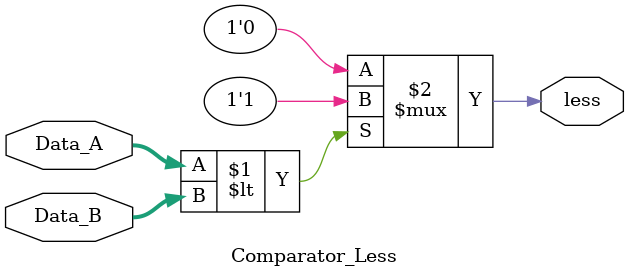
<source format=v>
`timescale 1ns / 1ps
module Comparator_Less
	# (parameter W = 8)
	(
		input wire [W-1:0] Data_A,
		input wire [W-1:0] Data_B,
		output wire less
	 );

assign less = (Data_A < Data_B) ? 1'b1 : 1'b0;

endmodule

</source>
